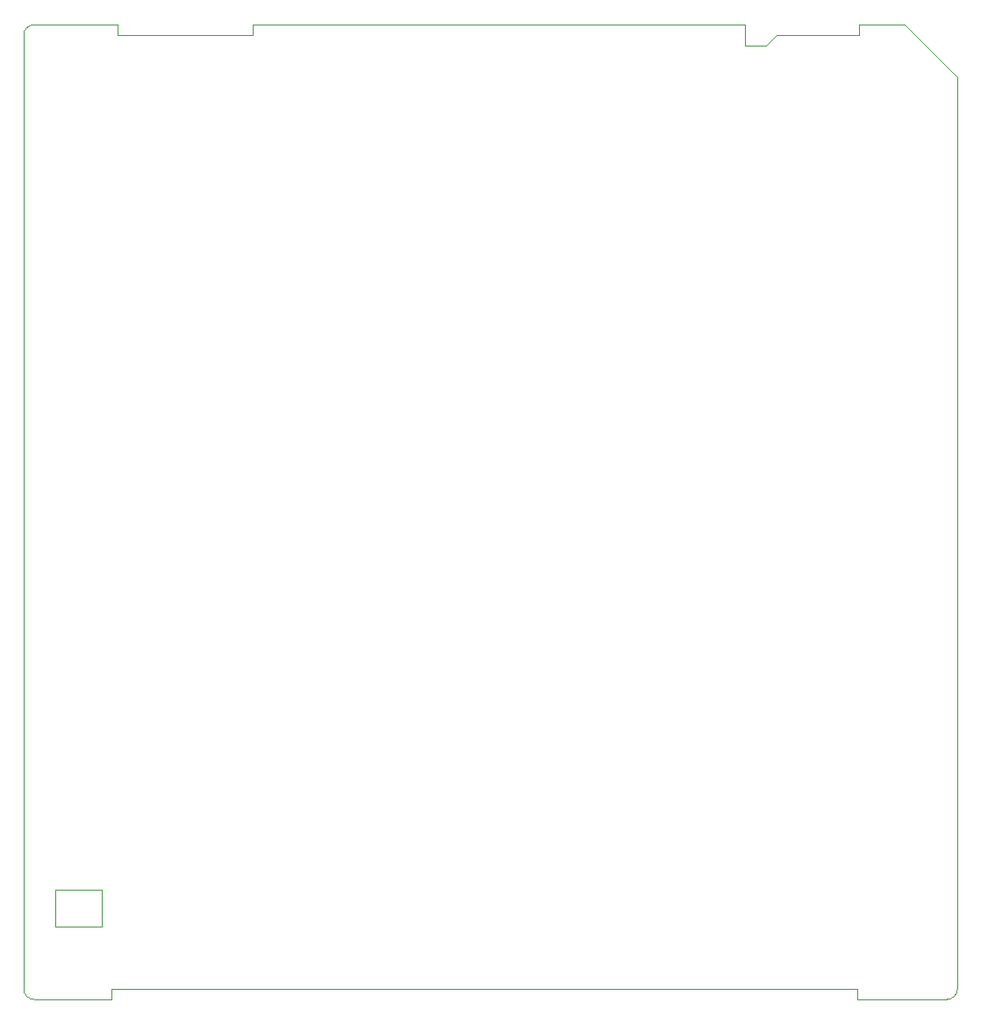
<source format=gbr>
%TF.GenerationSoftware,KiCad,Pcbnew,(5.1.6)-1*%
%TF.CreationDate,2024-03-17T16:58:36-04:00*%
%TF.ProjectId,floppy-coaster,666c6f70-7079-42d6-936f-61737465722e,rev?*%
%TF.SameCoordinates,Original*%
%TF.FileFunction,Profile,NP*%
%FSLAX46Y46*%
G04 Gerber Fmt 4.6, Leading zero omitted, Abs format (unit mm)*
G04 Created by KiCad (PCBNEW (5.1.6)-1) date 2024-03-17 16:58:36*
%MOMM*%
%LPD*%
G01*
G04 APERTURE LIST*
%TA.AperFunction,Profile*%
%ADD10C,0.050000*%
%TD*%
G04 APERTURE END LIST*
D10*
X102552500Y-151193500D02*
X110045500Y-151193500D01*
X190627000Y-151193500D02*
X181991000Y-151193500D01*
X181991000Y-150177500D02*
X181991000Y-151193500D01*
X110045500Y-150177500D02*
X181991000Y-150177500D01*
X110045500Y-151193500D02*
X110045500Y-150177500D01*
X104584500Y-140652500D02*
X104584500Y-144145000D01*
X109093000Y-140652500D02*
X104584500Y-140652500D01*
X109093000Y-144145000D02*
X109093000Y-140652500D01*
X104584500Y-144145000D02*
X109093000Y-144145000D01*
X182181500Y-57150000D02*
X186563000Y-57150000D01*
X173164500Y-59182000D02*
X174180500Y-58166000D01*
X182181500Y-58166000D02*
X174180500Y-58166000D01*
X182181500Y-57150000D02*
X182181500Y-58166000D01*
X191643000Y-62230000D02*
X186563000Y-57150000D01*
X191643000Y-62230000D02*
X191643000Y-62230000D01*
X171132500Y-59182000D02*
X173164500Y-59182000D01*
X171132500Y-57150000D02*
X171132500Y-59182000D01*
X102552500Y-57150000D02*
X110617000Y-57150000D01*
X123634500Y-58166000D02*
X123634500Y-57150000D01*
X110617000Y-58166000D02*
X123634500Y-58166000D01*
X110617000Y-57150000D02*
X110617000Y-58166000D01*
X101536500Y-58166000D02*
G75*
G02*
X102552500Y-57150000I1016000J0D01*
G01*
X102552500Y-151193500D02*
G75*
G02*
X101536500Y-150177500I0J1016000D01*
G01*
X191643000Y-150177500D02*
G75*
G02*
X190627000Y-151193500I-1016000J0D01*
G01*
X171132500Y-57150000D02*
X123634500Y-57150000D01*
X191643000Y-150177500D02*
X191643000Y-62230000D01*
X101536500Y-58166000D02*
X101536500Y-150177500D01*
M02*

</source>
